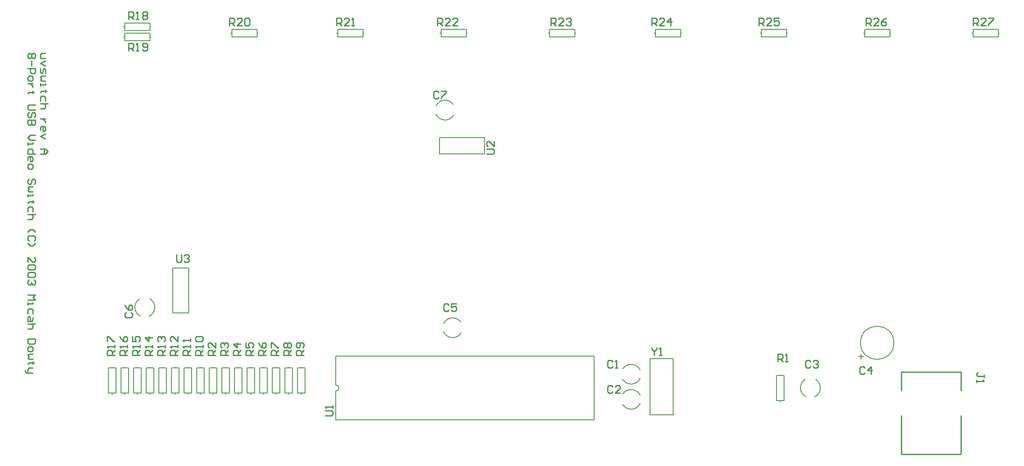
<source format=gto>
%FSLAX23Y23*%
%MOIN*%
G70*
G01*
G75*
%ADD10O,0.012X0.059*%
%ADD11R,0.012X0.059*%
%ADD12O,0.059X0.012*%
%ADD13R,0.059X0.012*%
%ADD14C,0.010*%
%ADD15C,0.110*%
%ADD16O,0.236X0.130*%
%ADD17C,0.300*%
%ADD18R,0.059X0.059*%
%ADD19C,0.059*%
%ADD20C,0.055*%
%ADD21R,0.053X0.053*%
%ADD22C,0.053*%
%ADD23C,0.047*%
%ADD24R,0.047X0.047*%
%ADD25R,0.059X0.059*%
%ADD26C,0.059*%
%ADD27C,0.065*%
%ADD28C,0.180*%
%ADD29C,0.050*%
%ADD30C,0.008*%
%ADD31C,0.006*%
D14*
X7080Y14D02*
X7554D01*
Y320D01*
X7080Y14D02*
Y320D01*
Y668D02*
X7554D01*
X7080Y520D02*
Y668D01*
X7554Y520D02*
Y668D01*
X3790Y2400D02*
X3840D01*
X3850Y2410D01*
Y2430D01*
X3840Y2440D01*
X3790D01*
X3850Y2500D02*
Y2460D01*
X3810Y2500D01*
X3800D01*
X3790Y2490D01*
Y2470D01*
X3800Y2460D01*
X7650Y3420D02*
Y3480D01*
X7680D01*
X7690Y3470D01*
Y3450D01*
X7680Y3440D01*
X7650D01*
X7670D02*
X7690Y3420D01*
X7750D02*
X7710D01*
X7750Y3460D01*
Y3470D01*
X7740Y3480D01*
X7720D01*
X7710Y3470D01*
X7770Y3480D02*
X7810D01*
Y3470D01*
X7770Y3430D01*
Y3420D01*
X6800D02*
Y3480D01*
X6830D01*
X6840Y3470D01*
Y3450D01*
X6830Y3440D01*
X6800D01*
X6820D02*
X6840Y3420D01*
X6900D02*
X6860D01*
X6900Y3460D01*
Y3470D01*
X6890Y3480D01*
X6870D01*
X6860Y3470D01*
X6960Y3480D02*
X6940Y3470D01*
X6920Y3450D01*
Y3430D01*
X6930Y3420D01*
X6950D01*
X6960Y3430D01*
Y3440D01*
X6950Y3450D01*
X6920D01*
X5950Y3420D02*
Y3480D01*
X5980D01*
X5990Y3470D01*
Y3450D01*
X5980Y3440D01*
X5950D01*
X5970D02*
X5990Y3420D01*
X6050D02*
X6010D01*
X6050Y3460D01*
Y3470D01*
X6040Y3480D01*
X6020D01*
X6010Y3470D01*
X6110Y3480D02*
X6070D01*
Y3450D01*
X6090Y3460D01*
X6100D01*
X6110Y3450D01*
Y3430D01*
X6100Y3420D01*
X6080D01*
X6070Y3430D01*
X5100Y3420D02*
Y3480D01*
X5130D01*
X5140Y3470D01*
Y3450D01*
X5130Y3440D01*
X5100D01*
X5120D02*
X5140Y3420D01*
X5200D02*
X5160D01*
X5200Y3460D01*
Y3470D01*
X5190Y3480D01*
X5170D01*
X5160Y3470D01*
X5250Y3420D02*
Y3480D01*
X5220Y3450D01*
X5260D01*
X4300Y3420D02*
Y3480D01*
X4330D01*
X4340Y3470D01*
Y3450D01*
X4330Y3440D01*
X4300D01*
X4320D02*
X4340Y3420D01*
X4400D02*
X4360D01*
X4400Y3460D01*
Y3470D01*
X4390Y3480D01*
X4370D01*
X4360Y3470D01*
X4420D02*
X4430Y3480D01*
X4450D01*
X4460Y3470D01*
Y3460D01*
X4450Y3450D01*
X4440D01*
X4450D01*
X4460Y3440D01*
Y3430D01*
X4450Y3420D01*
X4430D01*
X4420Y3430D01*
X3400Y3420D02*
Y3480D01*
X3430D01*
X3440Y3470D01*
Y3450D01*
X3430Y3440D01*
X3400D01*
X3420D02*
X3440Y3420D01*
X3500D02*
X3460D01*
X3500Y3460D01*
Y3470D01*
X3490Y3480D01*
X3470D01*
X3460Y3470D01*
X3560Y3420D02*
X3520D01*
X3560Y3460D01*
Y3470D01*
X3550Y3480D01*
X3530D01*
X3520Y3470D01*
X2600Y3420D02*
Y3480D01*
X2630D01*
X2640Y3470D01*
Y3450D01*
X2630Y3440D01*
X2600D01*
X2620D02*
X2640Y3420D01*
X2700D02*
X2660D01*
X2700Y3460D01*
Y3470D01*
X2690Y3480D01*
X2670D01*
X2660Y3470D01*
X2720Y3420D02*
X2740D01*
X2730D01*
Y3480D01*
X2720Y3470D01*
X1750Y3420D02*
Y3480D01*
X1780D01*
X1790Y3470D01*
Y3450D01*
X1780Y3440D01*
X1750D01*
X1770D02*
X1790Y3420D01*
X1850D02*
X1810D01*
X1850Y3460D01*
Y3470D01*
X1840Y3480D01*
X1820D01*
X1810Y3470D01*
X1870D02*
X1880Y3480D01*
X1900D01*
X1910Y3470D01*
Y3430D01*
X1900Y3420D01*
X1880D01*
X1870Y3430D01*
Y3470D01*
X950Y3220D02*
Y3280D01*
X980D01*
X990Y3270D01*
Y3250D01*
X980Y3240D01*
X950D01*
X970D02*
X990Y3220D01*
X1010D02*
X1030D01*
X1020D01*
Y3280D01*
X1010Y3270D01*
X1060Y3230D02*
X1070Y3220D01*
X1090D01*
X1100Y3230D01*
Y3270D01*
X1090Y3280D01*
X1070D01*
X1060Y3270D01*
Y3260D01*
X1070Y3250D01*
X1100D01*
X950Y3470D02*
Y3530D01*
X980D01*
X990Y3520D01*
Y3500D01*
X980Y3490D01*
X950D01*
X970D02*
X990Y3470D01*
X1010D02*
X1030D01*
X1020D01*
Y3530D01*
X1010Y3520D01*
X1060D02*
X1070Y3530D01*
X1090D01*
X1100Y3520D01*
Y3510D01*
X1090Y3500D01*
X1100Y3490D01*
Y3480D01*
X1090Y3470D01*
X1070D01*
X1060Y3480D01*
Y3490D01*
X1070Y3500D01*
X1060Y3510D01*
Y3520D01*
X1070Y3500D02*
X1090D01*
X5100Y860D02*
Y850D01*
X5120Y830D01*
X5140Y850D01*
Y860D01*
X5120Y830D02*
Y800D01*
X5160D02*
X5180D01*
X5170D01*
Y860D01*
X5160Y850D01*
X6100Y750D02*
Y810D01*
X6130D01*
X6140Y800D01*
Y780D01*
X6130Y770D01*
X6100D01*
X6120D02*
X6140Y750D01*
X6160D02*
X6180D01*
X6170D01*
Y810D01*
X6160Y800D01*
X3410Y2890D02*
X3400Y2900D01*
X3380D01*
X3370Y2890D01*
Y2850D01*
X3380Y2840D01*
X3400D01*
X3410Y2850D01*
X3430Y2900D02*
X3470D01*
Y2890D01*
X3430Y2850D01*
Y2840D01*
X930Y1140D02*
X920Y1130D01*
Y1110D01*
X930Y1100D01*
X970D01*
X980Y1110D01*
Y1130D01*
X970Y1140D01*
X920Y1200D02*
X930Y1180D01*
X950Y1160D01*
X970D01*
X980Y1170D01*
Y1190D01*
X970Y1200D01*
X960D01*
X950Y1190D01*
Y1160D01*
X3490Y1200D02*
X3480Y1210D01*
X3460D01*
X3450Y1200D01*
Y1160D01*
X3460Y1150D01*
X3480D01*
X3490Y1160D01*
X3550Y1210D02*
X3510D01*
Y1180D01*
X3530Y1190D01*
X3540D01*
X3550Y1180D01*
Y1160D01*
X3540Y1150D01*
X3520D01*
X3510Y1160D01*
X6790Y700D02*
X6780Y710D01*
X6760D01*
X6750Y700D01*
Y660D01*
X6760Y650D01*
X6780D01*
X6790Y660D01*
X6840Y650D02*
Y710D01*
X6810Y680D01*
X6850D01*
X6360Y750D02*
X6350Y760D01*
X6330D01*
X6320Y750D01*
Y710D01*
X6330Y700D01*
X6350D01*
X6360Y710D01*
X6380Y750D02*
X6390Y760D01*
X6410D01*
X6420Y750D01*
Y740D01*
X6410Y730D01*
X6400D01*
X6410D01*
X6420Y720D01*
Y710D01*
X6410Y700D01*
X6390D01*
X6380Y710D01*
X4790Y550D02*
X4780Y560D01*
X4760D01*
X4750Y550D01*
Y510D01*
X4760Y500D01*
X4780D01*
X4790Y510D01*
X4850Y500D02*
X4810D01*
X4850Y540D01*
Y550D01*
X4840Y560D01*
X4820D01*
X4810Y550D01*
X4790Y750D02*
X4780Y760D01*
X4760D01*
X4750Y750D01*
Y710D01*
X4760Y700D01*
X4780D01*
X4790Y710D01*
X4810Y700D02*
X4830D01*
X4820D01*
Y760D01*
X4810Y750D01*
X2510Y320D02*
X2560D01*
X2570Y330D01*
Y350D01*
X2560Y360D01*
X2510D01*
X2570Y380D02*
Y400D01*
Y390D01*
X2510D01*
X2520Y380D01*
X7738Y623D02*
Y643D01*
Y633D01*
X7688D01*
X7678Y643D01*
Y653D01*
X7688Y663D01*
X7678Y603D02*
Y583D01*
Y593D01*
X7738D01*
X7728Y603D01*
X1330Y1600D02*
Y1550D01*
X1340Y1540D01*
X1360D01*
X1370Y1550D01*
Y1600D01*
X1390Y1590D02*
X1400Y1600D01*
X1420D01*
X1430Y1590D01*
Y1580D01*
X1420Y1570D01*
X1410D01*
X1420D01*
X1430Y1560D01*
Y1550D01*
X1420Y1540D01*
X1400D01*
X1390Y1550D01*
X1640Y800D02*
X1580D01*
Y830D01*
X1590Y840D01*
X1610D01*
X1620Y830D01*
Y800D01*
Y820D02*
X1640Y840D01*
Y900D02*
Y860D01*
X1600Y900D01*
X1590D01*
X1580Y890D01*
Y870D01*
X1590Y860D01*
X1740Y800D02*
X1680D01*
Y830D01*
X1690Y840D01*
X1710D01*
X1720Y830D01*
Y800D01*
Y820D02*
X1740Y840D01*
X1690Y860D02*
X1680Y870D01*
Y890D01*
X1690Y900D01*
X1700D01*
X1710Y890D01*
Y880D01*
Y890D01*
X1720Y900D01*
X1730D01*
X1740Y890D01*
Y870D01*
X1730Y860D01*
X1840Y800D02*
X1780D01*
Y830D01*
X1790Y840D01*
X1810D01*
X1820Y830D01*
Y800D01*
Y820D02*
X1840Y840D01*
Y890D02*
X1780D01*
X1810Y860D01*
Y900D01*
X1940Y800D02*
X1880D01*
Y830D01*
X1890Y840D01*
X1910D01*
X1920Y830D01*
Y800D01*
Y820D02*
X1940Y840D01*
X1880Y900D02*
Y860D01*
X1910D01*
X1900Y880D01*
Y890D01*
X1910Y900D01*
X1930D01*
X1940Y890D01*
Y870D01*
X1930Y860D01*
X2040Y800D02*
X1980D01*
Y830D01*
X1990Y840D01*
X2010D01*
X2020Y830D01*
Y800D01*
Y820D02*
X2040Y840D01*
X1980Y900D02*
X1990Y880D01*
X2010Y860D01*
X2030D01*
X2040Y870D01*
Y890D01*
X2030Y900D01*
X2020D01*
X2010Y890D01*
Y860D01*
X2140Y800D02*
X2080D01*
Y830D01*
X2090Y840D01*
X2110D01*
X2120Y830D01*
Y800D01*
Y820D02*
X2140Y840D01*
X2080Y860D02*
Y900D01*
X2090D01*
X2130Y860D01*
X2140D01*
X2240Y800D02*
X2180D01*
Y830D01*
X2190Y840D01*
X2210D01*
X2220Y830D01*
Y800D01*
Y820D02*
X2240Y840D01*
X2190Y860D02*
X2180Y870D01*
Y890D01*
X2190Y900D01*
X2200D01*
X2210Y890D01*
X2220Y900D01*
X2230D01*
X2240Y890D01*
Y870D01*
X2230Y860D01*
X2220D01*
X2210Y870D01*
X2200Y860D01*
X2190D01*
X2210Y870D02*
Y890D01*
X2340Y800D02*
X2280D01*
Y830D01*
X2290Y840D01*
X2310D01*
X2320Y830D01*
Y800D01*
Y820D02*
X2340Y840D01*
X2330Y860D02*
X2340Y870D01*
Y890D01*
X2330Y900D01*
X2290D01*
X2280Y890D01*
Y870D01*
X2290Y860D01*
X2300D01*
X2310Y870D01*
Y900D01*
X1540Y800D02*
X1480D01*
Y830D01*
X1490Y840D01*
X1510D01*
X1520Y830D01*
Y800D01*
Y820D02*
X1540Y840D01*
Y860D02*
Y880D01*
Y870D01*
X1480D01*
X1490Y860D01*
Y910D02*
X1480Y920D01*
Y940D01*
X1490Y950D01*
X1530D01*
X1540Y940D01*
Y920D01*
X1530Y910D01*
X1490D01*
X1440Y800D02*
X1380D01*
Y830D01*
X1390Y840D01*
X1410D01*
X1420Y830D01*
Y800D01*
Y820D02*
X1440Y840D01*
Y860D02*
Y880D01*
Y870D01*
X1380D01*
X1390Y860D01*
X1440Y910D02*
Y930D01*
Y920D01*
X1380D01*
X1390Y910D01*
X1340Y800D02*
X1280D01*
Y830D01*
X1290Y840D01*
X1310D01*
X1320Y830D01*
Y800D01*
Y820D02*
X1340Y840D01*
Y860D02*
Y880D01*
Y870D01*
X1280D01*
X1290Y860D01*
X1340Y950D02*
Y910D01*
X1300Y950D01*
X1290D01*
X1280Y940D01*
Y920D01*
X1290Y910D01*
X1240Y800D02*
X1180D01*
Y830D01*
X1190Y840D01*
X1210D01*
X1220Y830D01*
Y800D01*
Y820D02*
X1240Y840D01*
Y860D02*
Y880D01*
Y870D01*
X1180D01*
X1190Y860D01*
Y910D02*
X1180Y920D01*
Y940D01*
X1190Y950D01*
X1200D01*
X1210Y940D01*
Y930D01*
Y940D01*
X1220Y950D01*
X1230D01*
X1240Y940D01*
Y920D01*
X1230Y910D01*
X1140Y800D02*
X1080D01*
Y830D01*
X1090Y840D01*
X1110D01*
X1120Y830D01*
Y800D01*
Y820D02*
X1140Y840D01*
Y860D02*
Y880D01*
Y870D01*
X1080D01*
X1090Y860D01*
X1140Y940D02*
X1080D01*
X1110Y910D01*
Y950D01*
X1040Y800D02*
X980D01*
Y830D01*
X990Y840D01*
X1010D01*
X1020Y830D01*
Y800D01*
Y820D02*
X1040Y840D01*
Y860D02*
Y880D01*
Y870D01*
X980D01*
X990Y860D01*
X980Y950D02*
Y910D01*
X1010D01*
X1000Y930D01*
Y940D01*
X1010Y950D01*
X1030D01*
X1040Y940D01*
Y920D01*
X1030Y910D01*
X940Y800D02*
X880D01*
Y830D01*
X890Y840D01*
X910D01*
X920Y830D01*
Y800D01*
Y820D02*
X940Y840D01*
Y860D02*
Y880D01*
Y870D01*
X880D01*
X890Y860D01*
X880Y950D02*
X890Y930D01*
X910Y910D01*
X930D01*
X940Y920D01*
Y940D01*
X930Y950D01*
X920D01*
X910Y940D01*
Y910D01*
X840Y800D02*
X780D01*
Y830D01*
X790Y840D01*
X810D01*
X820Y830D01*
Y800D01*
Y820D02*
X840Y840D01*
Y860D02*
Y880D01*
Y870D01*
X780D01*
X790Y860D01*
X780Y910D02*
Y950D01*
X790D01*
X830Y910D01*
X840D01*
X290Y3200D02*
X260D01*
X250Y3190D01*
Y3160D01*
X290D01*
Y3140D02*
X250Y3120D01*
X290Y3100D01*
X250Y3080D02*
Y3050D01*
X260Y3040D01*
X270Y3050D01*
Y3070D01*
X280Y3080D01*
X290Y3070D01*
Y3040D01*
Y3020D02*
X260D01*
X250Y3010D01*
X260Y3000D01*
X250Y2990D01*
X260Y2980D01*
X290D01*
X250Y2960D02*
Y2940D01*
Y2950D01*
X290D01*
Y2960D01*
X300Y2900D02*
X290D01*
Y2910D01*
Y2890D01*
Y2900D01*
X260D01*
X250Y2890D01*
X290Y2820D02*
Y2850D01*
X280Y2860D01*
X260D01*
X250Y2850D01*
Y2820D01*
X310Y2800D02*
X250D01*
X280D01*
X290Y2790D01*
Y2770D01*
X280Y2760D01*
X250D01*
X290Y2680D02*
X250D01*
X270D01*
X280Y2670D01*
X290Y2660D01*
Y2650D01*
X250Y2590D02*
Y2610D01*
X260Y2620D01*
X280D01*
X290Y2610D01*
Y2590D01*
X280Y2580D01*
X270D01*
Y2620D01*
X290Y2560D02*
X250Y2540D01*
X290Y2520D01*
X250Y2440D02*
X290D01*
X310Y2420D01*
X290Y2400D01*
X250D01*
X280D01*
Y2440D01*
X200Y3200D02*
X210Y3190D01*
Y3170D01*
X200Y3160D01*
X190D01*
X180Y3170D01*
X170Y3160D01*
X160D01*
X150Y3170D01*
Y3190D01*
X160Y3200D01*
X170D01*
X180Y3190D01*
X190Y3200D01*
X200D01*
X180Y3190D02*
Y3170D01*
Y3140D02*
Y3100D01*
X150Y3080D02*
X210D01*
Y3050D01*
X200Y3040D01*
X180D01*
X170Y3050D01*
Y3080D01*
X150Y3010D02*
Y2990D01*
X160Y2980D01*
X180D01*
X190Y2990D01*
Y3010D01*
X180Y3020D01*
X160D01*
X150Y3010D01*
X190Y2960D02*
X150D01*
X170D01*
X180Y2950D01*
X190Y2940D01*
Y2930D01*
X200Y2890D02*
X190D01*
Y2900D01*
Y2880D01*
Y2890D01*
X160D01*
X150Y2880D01*
X210Y2790D02*
X160D01*
X150Y2780D01*
Y2760D01*
X160Y2750D01*
X210D01*
X200Y2690D02*
X210Y2700D01*
Y2720D01*
X200Y2730D01*
X190D01*
X180Y2720D01*
Y2700D01*
X170Y2690D01*
X160D01*
X150Y2700D01*
Y2720D01*
X160Y2730D01*
X210Y2670D02*
X150D01*
Y2640D01*
X160Y2630D01*
X170D01*
X180Y2640D01*
Y2670D01*
Y2640D01*
X190Y2630D01*
X200D01*
X210Y2640D01*
Y2670D01*
Y2550D02*
X170D01*
X150Y2530D01*
X170Y2510D01*
X210D01*
X150Y2490D02*
Y2470D01*
Y2480D01*
X190D01*
Y2490D01*
X210Y2400D02*
X150D01*
Y2430D01*
X160Y2440D01*
X180D01*
X190Y2430D01*
Y2400D01*
X150Y2350D02*
Y2370D01*
X160Y2380D01*
X180D01*
X190Y2370D01*
Y2350D01*
X180Y2340D01*
X170D01*
Y2380D01*
X150Y2310D02*
Y2290D01*
X160Y2280D01*
X180D01*
X190Y2290D01*
Y2310D01*
X180Y2320D01*
X160D01*
X150Y2310D01*
X200Y2160D02*
X210Y2170D01*
Y2190D01*
X200Y2200D01*
X190D01*
X180Y2190D01*
Y2170D01*
X170Y2160D01*
X160D01*
X150Y2170D01*
Y2190D01*
X160Y2200D01*
X190Y2140D02*
X160D01*
X150Y2130D01*
X160Y2120D01*
X150Y2110D01*
X160Y2100D01*
X190D01*
X150Y2080D02*
Y2060D01*
Y2070D01*
X190D01*
Y2080D01*
X200Y2020D02*
X190D01*
Y2030D01*
Y2010D01*
Y2020D01*
X160D01*
X150Y2010D01*
X190Y1940D02*
Y1970D01*
X180Y1980D01*
X160D01*
X150Y1970D01*
Y1940D01*
X210Y1920D02*
X150D01*
X180D01*
X190Y1910D01*
Y1890D01*
X180Y1880D01*
X150D01*
Y1780D02*
X170Y1800D01*
X190D01*
X210Y1780D01*
X200Y1710D02*
X210Y1720D01*
Y1740D01*
X200Y1750D01*
X160D01*
X150Y1740D01*
Y1720D01*
X160Y1710D01*
X150Y1690D02*
X170Y1670D01*
X190D01*
X210Y1690D01*
X150Y1541D02*
Y1581D01*
X190Y1541D01*
X200D01*
X210Y1551D01*
Y1571D01*
X200Y1581D01*
Y1521D02*
X210Y1511D01*
Y1491D01*
X200Y1481D01*
X160D01*
X150Y1491D01*
Y1511D01*
X160Y1521D01*
X200D01*
Y1461D02*
X210Y1451D01*
Y1431D01*
X200Y1421D01*
X160D01*
X150Y1431D01*
Y1451D01*
X160Y1461D01*
X200D01*
Y1401D02*
X210Y1391D01*
Y1371D01*
X200Y1361D01*
X190D01*
X180Y1371D01*
Y1381D01*
Y1371D01*
X170Y1361D01*
X160D01*
X150Y1371D01*
Y1391D01*
X160Y1401D01*
X150Y1281D02*
X210D01*
X190Y1261D01*
X210Y1241D01*
X150D01*
Y1221D02*
Y1201D01*
Y1211D01*
X190D01*
Y1221D01*
Y1131D02*
Y1161D01*
X180Y1171D01*
X160D01*
X150Y1161D01*
Y1131D01*
X190Y1101D02*
Y1081D01*
X180Y1071D01*
X150D01*
Y1101D01*
X160Y1111D01*
X170Y1101D01*
Y1071D01*
X210Y1051D02*
X150D01*
X180D01*
X190Y1041D01*
Y1021D01*
X180Y1011D01*
X150D01*
X210Y931D02*
X150D01*
Y901D01*
X160Y891D01*
X200D01*
X210Y901D01*
Y931D01*
X150Y861D02*
Y841D01*
X160Y831D01*
X180D01*
X190Y841D01*
Y861D01*
X180Y871D01*
X160D01*
X150Y861D01*
X190Y811D02*
X160D01*
X150Y801D01*
X160Y791D01*
X150Y781D01*
X160Y771D01*
X190D01*
X200Y741D02*
X190D01*
Y751D01*
Y731D01*
Y741D01*
X160D01*
X150Y731D01*
X190Y701D02*
X160D01*
X150Y691D01*
Y661D01*
X140D01*
X130Y671D01*
Y681D01*
X150Y661D02*
X190D01*
D30*
X3417Y2460D02*
G03*
X3417Y2473I0J6D01*
G01*
X4872Y608D02*
G03*
X5010Y617I66J42D01*
G01*
Y683D02*
G03*
X4872Y692I-72J-33D01*
G01*
Y408D02*
G03*
X5010Y417I66J42D01*
G01*
Y483D02*
G03*
X4872Y492I-72J-33D01*
G01*
X6318Y608D02*
G03*
X6327Y470I42J-66D01*
G01*
X6393D02*
G03*
X6402Y608I-33J72D01*
G01*
X7022Y900D02*
G03*
X7022Y900I-132J0D01*
G01*
X3528Y2792D02*
G03*
X3390Y2783I-66J-42D01*
G01*
Y2717D02*
G03*
X3528Y2708I72J33D01*
G01*
X1038Y1248D02*
G03*
X1047Y1110I42J-66D01*
G01*
X1113D02*
G03*
X1122Y1248I-33J72D01*
G01*
X3588Y1062D02*
G03*
X3450Y1053I-66J-42D01*
G01*
Y987D02*
G03*
X3588Y978I72J33D01*
G01*
X2594Y515D02*
G03*
X2594Y565I0J25D01*
G01*
X1370Y1137D02*
G03*
X1357Y1137I-6J0D01*
G01*
X3417Y2402D02*
X3775D01*
Y2530D01*
X3417D02*
X3775D01*
X3417Y2473D02*
Y2530D01*
Y2402D02*
Y2460D01*
X920Y3380D02*
Y3410D01*
Y3380D02*
X1120D01*
Y3440D01*
X920D02*
X1120D01*
X920Y3410D02*
Y3440D01*
X1120Y3410D02*
X1129D01*
X911D02*
X920D01*
Y3300D02*
Y3330D01*
Y3300D02*
X1120D01*
Y3360D01*
X920D02*
X1120D01*
X920Y3330D02*
Y3360D01*
X1120Y3330D02*
X1129D01*
X911D02*
X920D01*
X1770D02*
Y3360D01*
Y3330D02*
X1970D01*
Y3390D01*
X1770D02*
X1970D01*
X1770Y3360D02*
Y3390D01*
X1970Y3360D02*
X1979D01*
X1761D02*
X1770D01*
X2610Y3330D02*
Y3360D01*
Y3330D02*
X2810D01*
Y3390D01*
X2610D02*
X2810D01*
X2610Y3360D02*
Y3390D01*
X2810Y3360D02*
X2819D01*
X2601D02*
X2610D01*
X3430Y3330D02*
Y3360D01*
Y3330D02*
X3630D01*
Y3390D01*
X3430D02*
X3630D01*
X3430Y3360D02*
Y3390D01*
X3630Y3360D02*
X3639D01*
X3421D02*
X3430D01*
X4290Y3330D02*
Y3360D01*
Y3330D02*
X4490D01*
Y3390D01*
X4290D02*
X4490D01*
X4290Y3360D02*
Y3390D01*
X4490Y3360D02*
X4499D01*
X4281D02*
X4290D01*
X5130Y3330D02*
Y3360D01*
Y3330D02*
X5330D01*
Y3390D01*
X5130D02*
X5330D01*
X5130Y3360D02*
Y3390D01*
X5330Y3360D02*
X5339D01*
X5121D02*
X5130D01*
X5970Y3330D02*
Y3360D01*
Y3330D02*
X6170D01*
Y3390D01*
X5970D02*
X6170D01*
X5970Y3360D02*
Y3390D01*
X6170Y3360D02*
X6179D01*
X5961D02*
X5970D01*
X6790Y3330D02*
Y3360D01*
Y3330D02*
X6990D01*
Y3390D01*
X6790D02*
X6990D01*
X6790Y3360D02*
Y3390D01*
X6990Y3360D02*
X6999D01*
X6781D02*
X6790D01*
X7650Y3330D02*
Y3360D01*
Y3330D02*
X7850D01*
Y3390D01*
X7650D02*
X7850D01*
X7650Y3360D02*
Y3390D01*
X7850Y3360D02*
X7859D01*
X7641D02*
X7650D01*
X5087Y774D02*
X5273D01*
Y326D02*
Y774D01*
X5087Y326D02*
X5273D01*
X5087D02*
Y774D01*
X6090Y640D02*
X6120D01*
X6090Y440D02*
Y640D01*
Y440D02*
X6150D01*
Y640D01*
X6120D02*
X6150D01*
X6120Y431D02*
Y440D01*
Y640D02*
Y649D01*
X2594Y286D02*
Y515D01*
Y565D02*
Y794D01*
X4646Y286D02*
Y794D01*
X2594Y286D02*
X4646D01*
X2594Y794D02*
X4646D01*
X1620Y491D02*
Y500D01*
Y700D02*
Y709D01*
X1590Y500D02*
X1620D01*
X1590D02*
Y700D01*
X1650D01*
Y500D02*
Y700D01*
X1620Y500D02*
X1650D01*
X1720Y491D02*
Y500D01*
Y700D02*
Y709D01*
X1690Y500D02*
X1720D01*
X1690D02*
Y700D01*
X1750D01*
Y500D02*
Y700D01*
X1720Y500D02*
X1750D01*
X1820Y491D02*
Y500D01*
Y700D02*
Y709D01*
X1790Y500D02*
X1820D01*
X1790D02*
Y700D01*
X1850D01*
Y500D02*
Y700D01*
X1820Y500D02*
X1850D01*
X1920Y491D02*
Y500D01*
Y700D02*
Y709D01*
X1890Y500D02*
X1920D01*
X1890D02*
Y700D01*
X1950D01*
Y500D02*
Y700D01*
X1920Y500D02*
X1950D01*
X2020Y491D02*
Y500D01*
Y700D02*
Y709D01*
X1990Y500D02*
X2020D01*
X1990D02*
Y700D01*
X2050D01*
Y500D02*
Y700D01*
X2020Y500D02*
X2050D01*
X2120Y491D02*
Y500D01*
Y700D02*
Y709D01*
X2090Y500D02*
X2120D01*
X2090D02*
Y700D01*
X2150D01*
Y500D02*
Y700D01*
X2120Y500D02*
X2150D01*
X2220Y491D02*
Y500D01*
Y700D02*
Y709D01*
X2190Y500D02*
X2220D01*
X2190D02*
Y700D01*
X2250D01*
Y500D02*
Y700D01*
X2220Y500D02*
X2250D01*
X2320Y491D02*
Y500D01*
Y700D02*
Y709D01*
X2290Y500D02*
X2320D01*
X2290D02*
Y700D01*
X2350D01*
Y500D02*
Y700D01*
X2320Y500D02*
X2350D01*
X1520Y700D02*
Y709D01*
Y491D02*
Y500D01*
Y700D02*
X1550D01*
Y500D02*
Y700D01*
X1490Y500D02*
X1550D01*
X1490D02*
Y700D01*
X1520D01*
X1420D02*
Y709D01*
Y491D02*
Y500D01*
Y700D02*
X1450D01*
Y500D02*
Y700D01*
X1390Y500D02*
X1450D01*
X1390D02*
Y700D01*
X1420D01*
X1320D02*
Y709D01*
Y491D02*
Y500D01*
Y700D02*
X1350D01*
Y500D02*
Y700D01*
X1290Y500D02*
X1350D01*
X1290D02*
Y700D01*
X1320D01*
X1220D02*
Y709D01*
Y491D02*
Y500D01*
Y700D02*
X1250D01*
Y500D02*
Y700D01*
X1190Y500D02*
X1250D01*
X1190D02*
Y700D01*
X1220D01*
X1120D02*
Y709D01*
Y491D02*
Y500D01*
Y700D02*
X1150D01*
Y500D02*
Y700D01*
X1090Y500D02*
X1150D01*
X1090D02*
Y700D01*
X1120D01*
X1020D02*
Y709D01*
Y491D02*
Y500D01*
Y700D02*
X1050D01*
Y500D02*
Y700D01*
X990Y500D02*
X1050D01*
X990D02*
Y700D01*
X1020D01*
X920D02*
Y709D01*
Y491D02*
Y500D01*
Y700D02*
X950D01*
Y500D02*
Y700D01*
X890Y500D02*
X950D01*
X890D02*
Y700D01*
X920D01*
X820D02*
Y709D01*
Y491D02*
Y500D01*
Y700D02*
X850D01*
Y500D02*
Y700D01*
X790Y500D02*
X850D01*
X790D02*
Y700D01*
X820D01*
X1428Y1137D02*
Y1495D01*
X1300D02*
X1428D01*
X1300Y1137D02*
Y1495D01*
Y1137D02*
X1357D01*
X1370D02*
X1428D01*
D31*
X6780Y790D02*
X6741D01*
X6760Y771D02*
Y810D01*
M02*

</source>
